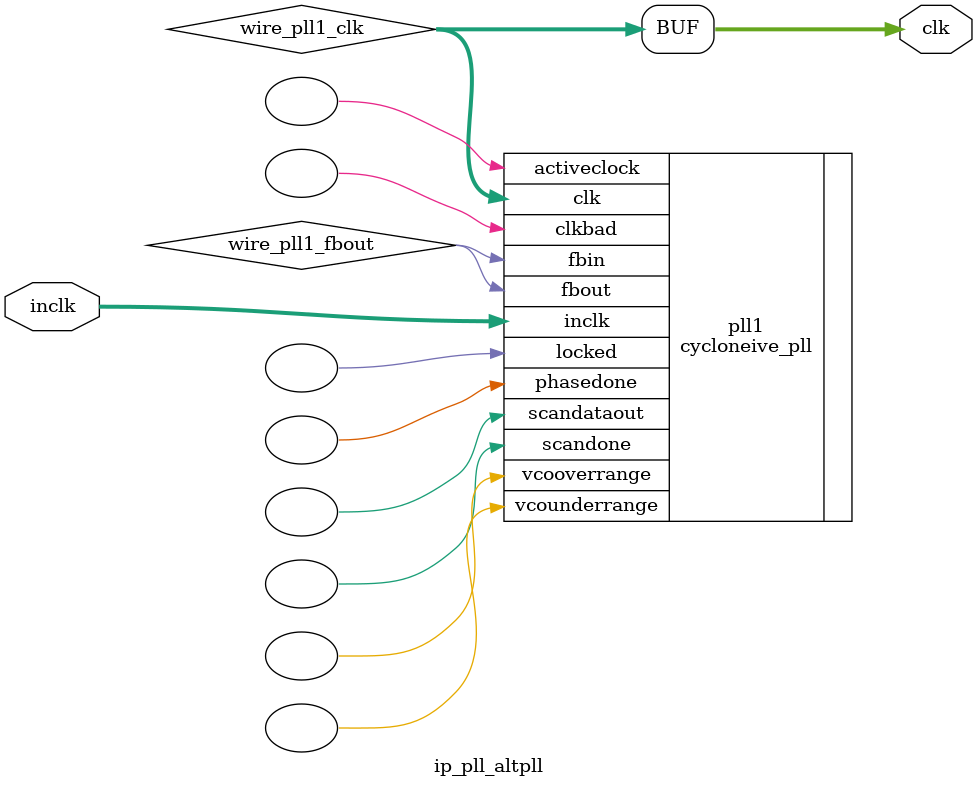
<source format=v>






//synthesis_resources = cycloneive_pll 1 
//synopsys translate_off
`timescale 1 ps / 1 ps
//synopsys translate_on
module  ip_pll_altpll
	( 
	clk,
	inclk) /* synthesis synthesis_clearbox=1 */;
	output   [4:0]  clk;
	input   [1:0]  inclk;
`ifndef ALTERA_RESERVED_QIS
// synopsys translate_off
`endif
	tri0   [1:0]  inclk;
`ifndef ALTERA_RESERVED_QIS
// synopsys translate_on
`endif

	wire  [4:0]   wire_pll1_clk;
	wire  wire_pll1_fbout;

	cycloneive_pll   pll1
	( 
	.activeclock(),
	.clk(wire_pll1_clk),
	.clkbad(),
	.fbin(wire_pll1_fbout),
	.fbout(wire_pll1_fbout),
	.inclk(inclk),
	.locked(),
	.phasedone(),
	.scandataout(),
	.scandone(),
	.vcooverrange(),
	.vcounderrange()
	`ifndef FORMAL_VERIFICATION
	// synopsys translate_off
	`endif
	,
	.areset(1'b0),
	.clkswitch(1'b0),
	.configupdate(1'b0),
	.pfdena(1'b1),
	.phasecounterselect({3{1'b0}}),
	.phasestep(1'b0),
	.phaseupdown(1'b0),
	.scanclk(1'b0),
	.scanclkena(1'b1),
	.scandata(1'b0)
	`ifndef FORMAL_VERIFICATION
	// synopsys translate_on
	`endif
	);
	defparam
		pll1.bandwidth_type = "auto",
		pll1.clk0_divide_by = 50,
		pll1.clk0_duty_cycle = 50,
		pll1.clk0_multiply_by = 1,
		pll1.clk0_phase_shift = "0",
		pll1.compensate_clock = "clk0",
		pll1.inclk0_input_frequency = 20000,
		pll1.operation_mode = "normal",
		pll1.pll_type = "auto",
		pll1.lpm_type = "cycloneive_pll";
	assign
		clk = {wire_pll1_clk[4:0]};
endmodule //ip_pll_altpll
//VALID FILE

</source>
